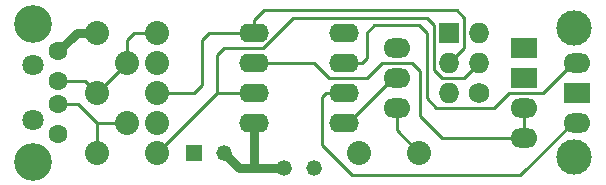
<source format=gtl>
%TF.GenerationSoftware,KiCad,Pcbnew,4.0.5-e0-6337~49~ubuntu16.04.1*%
%TF.CreationDate,2017-02-01T20:03:23+05:30*%
%TF.ProjectId,morseKEY,6D6F7273654B45592E6B696361645F70,rev?*%
%TF.FileFunction,Copper,L1,Top,Signal*%
%FSLAX46Y46*%
G04 Gerber Fmt 4.6, Leading zero omitted, Abs format (unit mm)*
G04 Created by KiCad (PCBNEW 4.0.5-e0-6337~49~ubuntu16.04.1) date Wed Feb  1 20:03:23 2017*
%MOMM*%
%LPD*%
G01*
G04 APERTURE LIST*
%ADD10C,0.101600*%
%ADD11C,1.727200*%
%ADD12O,1.727200X1.727200*%
%ADD13R,1.727200X1.727200*%
%ADD14C,1.320800*%
%ADD15R,1.320800X1.320800*%
%ADD16O,2.540000X1.574800*%
%ADD17O,2.286000X1.651000*%
%ADD18R,2.286000X1.651000*%
%ADD19C,2.032000*%
%ADD20C,3.000000*%
%ADD21C,1.600000*%
%ADD22C,3.200000*%
%ADD23C,1.800000*%
%ADD24C,0.750000*%
%ADD25C,0.250000*%
G04 APERTURE END LIST*
D10*
D11*
X66040000Y-33020000D03*
D12*
X63500000Y-33020000D03*
X66040000Y-30480000D03*
X63500000Y-30480000D03*
X66040000Y-27940000D03*
D13*
X63500000Y-27940000D03*
D14*
X44450000Y-38100000D03*
D15*
X41910000Y-38100000D03*
D16*
X54610000Y-35560000D03*
X54610000Y-33020000D03*
X54610000Y-30480000D03*
X54610000Y-27940000D03*
X46990000Y-27940000D03*
X46990000Y-30480000D03*
X46990000Y-33020000D03*
X46990000Y-35560000D03*
D17*
X69850000Y-36830000D03*
X69850000Y-34290000D03*
D18*
X69850000Y-31750000D03*
X69850000Y-29210000D03*
D17*
X74295000Y-30480000D03*
D18*
X74295000Y-33020000D03*
D17*
X74295000Y-35560000D03*
D14*
X49530000Y-39370000D03*
X52070000Y-39370000D03*
D17*
X59055000Y-29210000D03*
X59055000Y-31750000D03*
X59055000Y-34290000D03*
D19*
X36195000Y-30480000D03*
X38735000Y-30480000D03*
X36195000Y-35560000D03*
X38735000Y-35560000D03*
X33655000Y-27940000D03*
X38735000Y-27940000D03*
X33655000Y-33020000D03*
X38735000Y-33020000D03*
X60960000Y-38100000D03*
X55880000Y-38100000D03*
X33655000Y-38100000D03*
X38735000Y-38100000D03*
D20*
X74041000Y-27559000D03*
X74041000Y-38481000D03*
D21*
X30400000Y-36520000D03*
X30400000Y-34020000D03*
X30400000Y-32020000D03*
X30400000Y-29520000D03*
D22*
X28300000Y-38870000D03*
X28300000Y-27170000D03*
D23*
X28300000Y-30720000D03*
X28300000Y-35320000D03*
D24*
X30400000Y-29520000D02*
X31980000Y-27940000D01*
X31980000Y-27940000D02*
X33655000Y-27940000D01*
X46990000Y-39370000D02*
X45720000Y-39370000D01*
X45720000Y-39370000D02*
X44450000Y-38100000D01*
X46990000Y-35560000D02*
X46990000Y-39370000D01*
X46990000Y-39370000D02*
X49530000Y-39370000D01*
D25*
X38735000Y-27940000D02*
X36830000Y-27940000D01*
X36830000Y-27940000D02*
X36195000Y-28575000D01*
X33655000Y-33020000D02*
X36195000Y-30480000D01*
X36195000Y-30480000D02*
X36195000Y-28575000D01*
X30400000Y-32020000D02*
X32655000Y-32020000D01*
X32655000Y-32020000D02*
X33655000Y-33020000D01*
X30400000Y-34020000D02*
X32115000Y-34020000D01*
X32115000Y-34020000D02*
X33655000Y-35560000D01*
X36195000Y-35560000D02*
X33655000Y-35560000D01*
X33655000Y-35560000D02*
X33655000Y-38100000D01*
X74295000Y-30480000D02*
X73977500Y-30480000D01*
X60960000Y-27305000D02*
X57150000Y-27305000D01*
X73977500Y-30480000D02*
X71437500Y-33020000D01*
X56130000Y-30480000D02*
X54610000Y-30480000D01*
X71437500Y-33020000D02*
X68580000Y-33020000D01*
X68580000Y-33020000D02*
X67310000Y-34290000D01*
X67310000Y-34290000D02*
X62430830Y-34290000D01*
X62430830Y-34290000D02*
X61595000Y-33454170D01*
X56515000Y-30095000D02*
X56130000Y-30480000D01*
X61595000Y-33454170D02*
X61595000Y-27940000D01*
X61595000Y-27940000D02*
X60960000Y-27305000D01*
X56515000Y-27940000D02*
X56515000Y-30095000D01*
X57150000Y-27305000D02*
X56515000Y-27940000D01*
X54610000Y-33020000D02*
X53090000Y-33020000D01*
X53090000Y-33020000D02*
X52705000Y-33405000D01*
X73977500Y-35560000D02*
X74295000Y-35560000D01*
X52705000Y-33405000D02*
X52705000Y-37465000D01*
X52705000Y-37465000D02*
X55245000Y-40005000D01*
X69532500Y-40005000D02*
X73977500Y-35560000D01*
X55245000Y-40005000D02*
X69532500Y-40005000D01*
X69850000Y-36830000D02*
X62865000Y-36830000D01*
X62865000Y-36830000D02*
X61029011Y-34994011D01*
X57785000Y-30480000D02*
X56515000Y-31750000D01*
X52070000Y-30480000D02*
X48510000Y-30480000D01*
X48510000Y-30480000D02*
X46990000Y-30480000D01*
X61029011Y-34994011D02*
X61029011Y-31184011D01*
X53340000Y-31750000D02*
X52070000Y-30480000D01*
X61029011Y-31184011D02*
X60325000Y-30480000D01*
X60325000Y-30480000D02*
X57785000Y-30480000D01*
X56515000Y-31750000D02*
X53340000Y-31750000D01*
X69850000Y-36830000D02*
X69850000Y-34290000D01*
X62230000Y-27305000D02*
X62230000Y-31115000D01*
X64770000Y-31750000D02*
X66040000Y-30480000D01*
X62865000Y-31750000D02*
X64770000Y-31750000D01*
X62230000Y-31115000D02*
X62865000Y-31750000D01*
X43815000Y-33020000D02*
X43815000Y-29845000D01*
X43815000Y-29845000D02*
X44450000Y-29210000D01*
X50315785Y-26670000D02*
X61595000Y-26670000D01*
X61595000Y-26670000D02*
X62230000Y-27305000D01*
X44450000Y-29210000D02*
X47775785Y-29210000D01*
X47775785Y-29210000D02*
X50315785Y-26670000D01*
X38735000Y-38100000D02*
X43815000Y-33020000D01*
X43815000Y-33020000D02*
X46990000Y-33020000D01*
X64770000Y-29210000D02*
X63500000Y-30480000D01*
X47857600Y-26035000D02*
X64135000Y-26035000D01*
X64770000Y-26670000D02*
X64770000Y-29210000D01*
X64135000Y-26035000D02*
X64770000Y-26670000D01*
X46990000Y-27940000D02*
X46990000Y-26902600D01*
X46990000Y-26902600D02*
X47857600Y-26035000D01*
X41910000Y-33020000D02*
X42545000Y-32385000D01*
X41910000Y-33020000D02*
X38735000Y-33020000D01*
X42545000Y-28575000D02*
X42545000Y-32385000D01*
X43180000Y-27940000D02*
X42545000Y-28575000D01*
X46990000Y-27940000D02*
X43180000Y-27940000D01*
X59055000Y-31750000D02*
X58737500Y-31750000D01*
X58737500Y-31750000D02*
X54927500Y-35560000D01*
X54927500Y-35560000D02*
X54610000Y-35560000D01*
X59055000Y-34290000D02*
X59055000Y-36195000D01*
X59055000Y-36195000D02*
X60960000Y-38100000D01*
M02*

</source>
